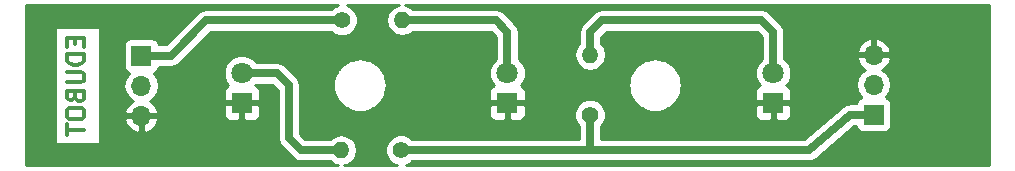
<source format=gbr>
G04 #@! TF.FileFunction,Copper,L2,Bot,Signal*
%FSLAX46Y46*%
G04 Gerber Fmt 4.6, Leading zero omitted, Abs format (unit mm)*
G04 Created by KiCad (PCBNEW 4.0.4-stable) date 03/07/20 13:15:27*
%MOMM*%
%LPD*%
G01*
G04 APERTURE LIST*
%ADD10C,0.100000*%
%ADD11C,0.300000*%
%ADD12R,1.800000X1.800000*%
%ADD13C,1.800000*%
%ADD14C,1.400000*%
%ADD15O,1.400000X1.400000*%
%ADD16R,1.700000X1.700000*%
%ADD17O,1.700000X1.700000*%
%ADD18C,0.635000*%
%ADD19C,0.254000*%
G04 APERTURE END LIST*
D10*
D11*
X109392857Y-73535714D02*
X109392857Y-74035714D01*
X110178571Y-74250000D02*
X110178571Y-73535714D01*
X108678571Y-73535714D01*
X108678571Y-74250000D01*
X110178571Y-74892857D02*
X108678571Y-74892857D01*
X108678571Y-75250000D01*
X108750000Y-75464285D01*
X108892857Y-75607143D01*
X109035714Y-75678571D01*
X109321429Y-75750000D01*
X109535714Y-75750000D01*
X109821429Y-75678571D01*
X109964286Y-75607143D01*
X110107143Y-75464285D01*
X110178571Y-75250000D01*
X110178571Y-74892857D01*
X108678571Y-76392857D02*
X109892857Y-76392857D01*
X110035714Y-76464285D01*
X110107143Y-76535714D01*
X110178571Y-76678571D01*
X110178571Y-76964285D01*
X110107143Y-77107143D01*
X110035714Y-77178571D01*
X109892857Y-77250000D01*
X108678571Y-77250000D01*
X109392857Y-78464286D02*
X109464286Y-78678572D01*
X109535714Y-78750000D01*
X109678571Y-78821429D01*
X109892857Y-78821429D01*
X110035714Y-78750000D01*
X110107143Y-78678572D01*
X110178571Y-78535714D01*
X110178571Y-77964286D01*
X108678571Y-77964286D01*
X108678571Y-78464286D01*
X108750000Y-78607143D01*
X108821429Y-78678572D01*
X108964286Y-78750000D01*
X109107143Y-78750000D01*
X109250000Y-78678572D01*
X109321429Y-78607143D01*
X109392857Y-78464286D01*
X109392857Y-77964286D01*
X108678571Y-79750000D02*
X108678571Y-80035714D01*
X108750000Y-80178572D01*
X108892857Y-80321429D01*
X109178571Y-80392857D01*
X109678571Y-80392857D01*
X109964286Y-80321429D01*
X110107143Y-80178572D01*
X110178571Y-80035714D01*
X110178571Y-79750000D01*
X110107143Y-79607143D01*
X109964286Y-79464286D01*
X109678571Y-79392857D01*
X109178571Y-79392857D01*
X108892857Y-79464286D01*
X108750000Y-79607143D01*
X108678571Y-79750000D01*
X108678571Y-80821429D02*
X108678571Y-81678572D01*
X110178571Y-81250001D02*
X108678571Y-81250001D01*
D12*
X146000000Y-79000000D03*
D13*
X146000000Y-76460000D03*
D12*
X168500000Y-79000000D03*
D13*
X168500000Y-76460000D03*
D12*
X123500000Y-79000000D03*
D13*
X123500000Y-76460000D03*
D14*
X132000000Y-72000000D03*
D15*
X137080000Y-72000000D03*
D14*
X153000000Y-80000000D03*
D15*
X153000000Y-74920000D03*
D14*
X137000000Y-83000000D03*
D15*
X131920000Y-83000000D03*
D16*
X115000000Y-75000000D03*
D17*
X115000000Y-77540000D03*
X115000000Y-80080000D03*
D16*
X177000000Y-80000000D03*
D17*
X177000000Y-77460000D03*
X177000000Y-74920000D03*
D18*
X137080000Y-72000000D02*
X145000000Y-72000000D01*
X146000000Y-73000000D02*
X146000000Y-76460000D01*
X145000000Y-72000000D02*
X146000000Y-73000000D01*
X153000000Y-74920000D02*
X153000000Y-73000000D01*
X168500000Y-73000000D02*
X168500000Y-76460000D01*
X167500000Y-72000000D02*
X168500000Y-73000000D01*
X154000000Y-72000000D02*
X167500000Y-72000000D01*
X153000000Y-73000000D02*
X154000000Y-72000000D01*
X131920000Y-83000000D02*
X128500000Y-83000000D01*
X126500000Y-76500000D02*
X123540000Y-76500000D01*
X127500000Y-77500000D02*
X126500000Y-76500000D01*
X127500000Y-82000000D02*
X127500000Y-77500000D01*
X128500000Y-83000000D02*
X127500000Y-82000000D01*
X123540000Y-76500000D02*
X123500000Y-76460000D01*
X115000000Y-75000000D02*
X117500000Y-75000000D01*
X120500000Y-72000000D02*
X132000000Y-72000000D01*
X117500000Y-75000000D02*
X120500000Y-72000000D01*
X153000000Y-83000000D02*
X139500000Y-83000000D01*
X138000000Y-83000000D02*
X137000000Y-83000000D01*
X139500000Y-83000000D02*
X138000000Y-83000000D01*
X177000000Y-80000000D02*
X175000000Y-80000000D01*
X153000000Y-83000000D02*
X153000000Y-80000000D01*
X171500000Y-83000000D02*
X153000000Y-83000000D01*
X175000000Y-80000000D02*
X171500000Y-83000000D01*
D19*
G36*
X131244771Y-70867582D02*
X131064539Y-71047500D01*
X120500000Y-71047500D01*
X120135494Y-71120005D01*
X119826481Y-71326481D01*
X117105462Y-74047500D01*
X116478153Y-74047500D01*
X116453162Y-73914683D01*
X116314090Y-73698559D01*
X116101890Y-73553569D01*
X115850000Y-73502560D01*
X114150000Y-73502560D01*
X113914683Y-73546838D01*
X113698559Y-73685910D01*
X113553569Y-73898110D01*
X113502560Y-74150000D01*
X113502560Y-75850000D01*
X113546838Y-76085317D01*
X113685910Y-76301441D01*
X113898110Y-76446431D01*
X113965541Y-76460086D01*
X113920853Y-76489946D01*
X113598946Y-76971715D01*
X113485907Y-77540000D01*
X113598946Y-78108285D01*
X113920853Y-78590054D01*
X114261553Y-78817702D01*
X114118642Y-78884817D01*
X113728355Y-79313076D01*
X113558524Y-79723110D01*
X113679845Y-79953000D01*
X114873000Y-79953000D01*
X114873000Y-79933000D01*
X115127000Y-79933000D01*
X115127000Y-79953000D01*
X116320155Y-79953000D01*
X116441476Y-79723110D01*
X116271645Y-79313076D01*
X116246742Y-79285750D01*
X121965000Y-79285750D01*
X121965000Y-80026309D01*
X122061673Y-80259698D01*
X122240301Y-80438327D01*
X122473690Y-80535000D01*
X123214250Y-80535000D01*
X123373000Y-80376250D01*
X123373000Y-79127000D01*
X123627000Y-79127000D01*
X123627000Y-80376250D01*
X123785750Y-80535000D01*
X124526310Y-80535000D01*
X124759699Y-80438327D01*
X124938327Y-80259698D01*
X125035000Y-80026309D01*
X125035000Y-79285750D01*
X124876250Y-79127000D01*
X123627000Y-79127000D01*
X123373000Y-79127000D01*
X122123750Y-79127000D01*
X121965000Y-79285750D01*
X116246742Y-79285750D01*
X115881358Y-78884817D01*
X115738447Y-78817702D01*
X116079147Y-78590054D01*
X116401054Y-78108285D01*
X116514093Y-77540000D01*
X116401054Y-76971715D01*
X116079147Y-76489946D01*
X116037548Y-76462150D01*
X116085317Y-76453162D01*
X116301441Y-76314090D01*
X116446431Y-76101890D01*
X116476683Y-75952500D01*
X117500000Y-75952500D01*
X117864506Y-75879995D01*
X118173519Y-75673519D01*
X120894538Y-72952500D01*
X131064509Y-72952500D01*
X131242796Y-73131098D01*
X131733287Y-73334768D01*
X132264383Y-73335231D01*
X132755229Y-73132418D01*
X133131098Y-72757204D01*
X133334768Y-72266713D01*
X133335231Y-71735617D01*
X133132418Y-71244771D01*
X132757204Y-70868902D01*
X132374526Y-70710000D01*
X136827616Y-70710000D01*
X136542964Y-70766621D01*
X136109858Y-71056012D01*
X135820467Y-71489118D01*
X135718846Y-72000000D01*
X135820467Y-72510882D01*
X136109858Y-72943988D01*
X136542964Y-73233379D01*
X137053846Y-73335000D01*
X137106154Y-73335000D01*
X137617036Y-73233379D01*
X138037403Y-72952500D01*
X144605462Y-72952500D01*
X145047500Y-73394539D01*
X145047500Y-75241914D01*
X144699449Y-75589357D01*
X144465267Y-76153330D01*
X144464735Y-76763991D01*
X144697932Y-77328371D01*
X144875092Y-77505841D01*
X144740301Y-77561673D01*
X144561673Y-77740302D01*
X144465000Y-77973691D01*
X144465000Y-78714250D01*
X144623750Y-78873000D01*
X145873000Y-78873000D01*
X145873000Y-78853000D01*
X146127000Y-78853000D01*
X146127000Y-78873000D01*
X147376250Y-78873000D01*
X147535000Y-78714250D01*
X147535000Y-77973691D01*
X147438327Y-77740302D01*
X147259699Y-77561673D01*
X147125006Y-77505881D01*
X147130897Y-77500000D01*
X156208861Y-77500000D01*
X156264754Y-77780993D01*
X156264613Y-77942619D01*
X156326879Y-78093313D01*
X156383264Y-78376781D01*
X156542434Y-78614996D01*
X156604155Y-78764372D01*
X156719347Y-78879766D01*
X156879920Y-79120080D01*
X157118134Y-79279249D01*
X157232321Y-79393636D01*
X157382906Y-79456164D01*
X157623219Y-79616736D01*
X157904212Y-79672629D01*
X158053481Y-79734611D01*
X158216531Y-79734753D01*
X158500000Y-79791139D01*
X158780993Y-79735246D01*
X158942619Y-79735387D01*
X159093313Y-79673121D01*
X159376781Y-79616736D01*
X159614996Y-79457566D01*
X159764372Y-79395845D01*
X159874660Y-79285750D01*
X166965000Y-79285750D01*
X166965000Y-80026309D01*
X167061673Y-80259698D01*
X167240301Y-80438327D01*
X167473690Y-80535000D01*
X168214250Y-80535000D01*
X168373000Y-80376250D01*
X168373000Y-79127000D01*
X168627000Y-79127000D01*
X168627000Y-80376250D01*
X168785750Y-80535000D01*
X169526310Y-80535000D01*
X169759699Y-80438327D01*
X169938327Y-80259698D01*
X170035000Y-80026309D01*
X170035000Y-79285750D01*
X169876250Y-79127000D01*
X168627000Y-79127000D01*
X168373000Y-79127000D01*
X167123750Y-79127000D01*
X166965000Y-79285750D01*
X159874660Y-79285750D01*
X159879766Y-79280653D01*
X160120080Y-79120080D01*
X160279249Y-78881866D01*
X160393636Y-78767679D01*
X160456164Y-78617094D01*
X160616736Y-78376781D01*
X160672629Y-78095788D01*
X160734611Y-77946519D01*
X160734753Y-77783469D01*
X160791139Y-77500000D01*
X160735246Y-77219007D01*
X160735387Y-77057381D01*
X160673121Y-76906687D01*
X160616736Y-76623219D01*
X160457566Y-76385004D01*
X160395845Y-76235628D01*
X160280653Y-76120234D01*
X160120080Y-75879920D01*
X159881866Y-75720751D01*
X159767679Y-75606364D01*
X159617094Y-75543836D01*
X159376781Y-75383264D01*
X159095788Y-75327371D01*
X158946519Y-75265389D01*
X158783469Y-75265247D01*
X158500000Y-75208861D01*
X158219007Y-75264754D01*
X158057381Y-75264613D01*
X157906687Y-75326879D01*
X157623219Y-75383264D01*
X157385004Y-75542434D01*
X157235628Y-75604155D01*
X157120234Y-75719347D01*
X156879920Y-75879920D01*
X156720751Y-76118134D01*
X156606364Y-76232321D01*
X156543836Y-76382906D01*
X156383264Y-76623219D01*
X156327371Y-76904212D01*
X156265389Y-77053481D01*
X156265247Y-77216531D01*
X156208861Y-77500000D01*
X147130897Y-77500000D01*
X147300551Y-77330643D01*
X147534733Y-76766670D01*
X147535265Y-76156009D01*
X147302068Y-75591629D01*
X146952500Y-75241449D01*
X146952500Y-74893846D01*
X151665000Y-74893846D01*
X151665000Y-74946154D01*
X151766621Y-75457036D01*
X152056012Y-75890142D01*
X152489118Y-76179533D01*
X153000000Y-76281154D01*
X153510882Y-76179533D01*
X153943988Y-75890142D01*
X154233379Y-75457036D01*
X154335000Y-74946154D01*
X154335000Y-74893846D01*
X154233379Y-74382964D01*
X153952500Y-73962597D01*
X153952500Y-73394538D01*
X154394539Y-72952500D01*
X167105462Y-72952500D01*
X167547500Y-73394539D01*
X167547500Y-75241914D01*
X167199449Y-75589357D01*
X166965267Y-76153330D01*
X166964735Y-76763991D01*
X167197932Y-77328371D01*
X167375092Y-77505841D01*
X167240301Y-77561673D01*
X167061673Y-77740302D01*
X166965000Y-77973691D01*
X166965000Y-78714250D01*
X167123750Y-78873000D01*
X168373000Y-78873000D01*
X168373000Y-78853000D01*
X168627000Y-78853000D01*
X168627000Y-78873000D01*
X169876250Y-78873000D01*
X170035000Y-78714250D01*
X170035000Y-77973691D01*
X169938327Y-77740302D01*
X169759699Y-77561673D01*
X169625006Y-77505881D01*
X169800551Y-77330643D01*
X170034733Y-76766670D01*
X170035265Y-76156009D01*
X169802068Y-75591629D01*
X169452500Y-75241449D01*
X169452500Y-74563110D01*
X175558524Y-74563110D01*
X175679845Y-74793000D01*
X176873000Y-74793000D01*
X176873000Y-73599181D01*
X177127000Y-73599181D01*
X177127000Y-74793000D01*
X178320155Y-74793000D01*
X178441476Y-74563110D01*
X178271645Y-74153076D01*
X177881358Y-73724817D01*
X177356892Y-73478514D01*
X177127000Y-73599181D01*
X176873000Y-73599181D01*
X176643108Y-73478514D01*
X176118642Y-73724817D01*
X175728355Y-74153076D01*
X175558524Y-74563110D01*
X169452500Y-74563110D01*
X169452500Y-73000000D01*
X169379995Y-72635494D01*
X169198927Y-72364506D01*
X169173520Y-72326481D01*
X168173519Y-71326481D01*
X167864506Y-71120005D01*
X167500000Y-71047500D01*
X154000000Y-71047500D01*
X153635494Y-71120005D01*
X153511721Y-71202707D01*
X153326481Y-71326480D01*
X152326481Y-72326481D01*
X152120005Y-72635494D01*
X152047500Y-73000000D01*
X152047500Y-73962597D01*
X151766621Y-74382964D01*
X151665000Y-74893846D01*
X146952500Y-74893846D01*
X146952500Y-73000000D01*
X146879995Y-72635494D01*
X146698927Y-72364506D01*
X146673520Y-72326481D01*
X145673519Y-71326481D01*
X145364506Y-71120005D01*
X145000000Y-71047500D01*
X138037403Y-71047500D01*
X137617036Y-70766621D01*
X137332384Y-70710000D01*
X186790000Y-70710000D01*
X186790000Y-84290000D01*
X137373851Y-84290000D01*
X137755229Y-84132418D01*
X137935461Y-83952500D01*
X171500000Y-83952500D01*
X171647069Y-83923246D01*
X171795940Y-83905359D01*
X171828202Y-83887216D01*
X171864506Y-83879995D01*
X171989179Y-83796691D01*
X172119879Y-83723192D01*
X175352353Y-80952500D01*
X175521847Y-80952500D01*
X175546838Y-81085317D01*
X175685910Y-81301441D01*
X175898110Y-81446431D01*
X176150000Y-81497440D01*
X177850000Y-81497440D01*
X178085317Y-81453162D01*
X178301441Y-81314090D01*
X178446431Y-81101890D01*
X178497440Y-80850000D01*
X178497440Y-79150000D01*
X178453162Y-78914683D01*
X178314090Y-78698559D01*
X178101890Y-78553569D01*
X178034459Y-78539914D01*
X178079147Y-78510054D01*
X178401054Y-78028285D01*
X178514093Y-77460000D01*
X178401054Y-76891715D01*
X178079147Y-76409946D01*
X177738447Y-76182298D01*
X177881358Y-76115183D01*
X178271645Y-75686924D01*
X178441476Y-75276890D01*
X178320155Y-75047000D01*
X177127000Y-75047000D01*
X177127000Y-75067000D01*
X176873000Y-75067000D01*
X176873000Y-75047000D01*
X175679845Y-75047000D01*
X175558524Y-75276890D01*
X175728355Y-75686924D01*
X176118642Y-76115183D01*
X176261553Y-76182298D01*
X175920853Y-76409946D01*
X175598946Y-76891715D01*
X175485907Y-77460000D01*
X175598946Y-78028285D01*
X175920853Y-78510054D01*
X175962452Y-78537850D01*
X175914683Y-78546838D01*
X175698559Y-78685910D01*
X175553569Y-78898110D01*
X175523317Y-79047500D01*
X175000000Y-79047500D01*
X174852931Y-79076754D01*
X174704060Y-79094641D01*
X174671798Y-79112784D01*
X174635494Y-79120005D01*
X174510821Y-79203309D01*
X174380121Y-79276808D01*
X171147647Y-82047500D01*
X153952500Y-82047500D01*
X153952500Y-80935491D01*
X154131098Y-80757204D01*
X154334768Y-80266713D01*
X154335231Y-79735617D01*
X154132418Y-79244771D01*
X153757204Y-78868902D01*
X153266713Y-78665232D01*
X152735617Y-78664769D01*
X152244771Y-78867582D01*
X151868902Y-79242796D01*
X151665232Y-79733287D01*
X151664769Y-80264383D01*
X151867582Y-80755229D01*
X152047500Y-80935461D01*
X152047500Y-82047500D01*
X137935491Y-82047500D01*
X137757204Y-81868902D01*
X137266713Y-81665232D01*
X136735617Y-81664769D01*
X136244771Y-81867582D01*
X135868902Y-82242796D01*
X135665232Y-82733287D01*
X135664769Y-83264383D01*
X135867582Y-83755229D01*
X136242796Y-84131098D01*
X136625474Y-84290000D01*
X132172384Y-84290000D01*
X132457036Y-84233379D01*
X132890142Y-83943988D01*
X133179533Y-83510882D01*
X133281154Y-83000000D01*
X133179533Y-82489118D01*
X132890142Y-82056012D01*
X132457036Y-81766621D01*
X131946154Y-81665000D01*
X131893846Y-81665000D01*
X131382964Y-81766621D01*
X130962597Y-82047500D01*
X128894539Y-82047500D01*
X128452500Y-81605462D01*
X128452500Y-77500000D01*
X131208861Y-77500000D01*
X131264754Y-77780993D01*
X131264613Y-77942619D01*
X131326879Y-78093313D01*
X131383264Y-78376781D01*
X131542434Y-78614996D01*
X131604155Y-78764372D01*
X131719347Y-78879766D01*
X131879920Y-79120080D01*
X132118134Y-79279249D01*
X132232321Y-79393636D01*
X132382906Y-79456164D01*
X132623219Y-79616736D01*
X132904212Y-79672629D01*
X133053481Y-79734611D01*
X133216531Y-79734753D01*
X133500000Y-79791139D01*
X133780993Y-79735246D01*
X133942619Y-79735387D01*
X134093313Y-79673121D01*
X134376781Y-79616736D01*
X134614996Y-79457566D01*
X134764372Y-79395845D01*
X134874660Y-79285750D01*
X144465000Y-79285750D01*
X144465000Y-80026309D01*
X144561673Y-80259698D01*
X144740301Y-80438327D01*
X144973690Y-80535000D01*
X145714250Y-80535000D01*
X145873000Y-80376250D01*
X145873000Y-79127000D01*
X146127000Y-79127000D01*
X146127000Y-80376250D01*
X146285750Y-80535000D01*
X147026310Y-80535000D01*
X147259699Y-80438327D01*
X147438327Y-80259698D01*
X147535000Y-80026309D01*
X147535000Y-79285750D01*
X147376250Y-79127000D01*
X146127000Y-79127000D01*
X145873000Y-79127000D01*
X144623750Y-79127000D01*
X144465000Y-79285750D01*
X134874660Y-79285750D01*
X134879766Y-79280653D01*
X135120080Y-79120080D01*
X135279249Y-78881866D01*
X135393636Y-78767679D01*
X135456164Y-78617094D01*
X135616736Y-78376781D01*
X135672629Y-78095788D01*
X135734611Y-77946519D01*
X135734753Y-77783469D01*
X135791139Y-77500000D01*
X135735246Y-77219007D01*
X135735387Y-77057381D01*
X135673121Y-76906687D01*
X135616736Y-76623219D01*
X135457566Y-76385004D01*
X135395845Y-76235628D01*
X135280653Y-76120234D01*
X135120080Y-75879920D01*
X134881866Y-75720751D01*
X134767679Y-75606364D01*
X134617094Y-75543836D01*
X134376781Y-75383264D01*
X134095788Y-75327371D01*
X133946519Y-75265389D01*
X133783469Y-75265247D01*
X133500000Y-75208861D01*
X133219007Y-75264754D01*
X133057381Y-75264613D01*
X132906687Y-75326879D01*
X132623219Y-75383264D01*
X132385004Y-75542434D01*
X132235628Y-75604155D01*
X132120234Y-75719347D01*
X131879920Y-75879920D01*
X131720751Y-76118134D01*
X131606364Y-76232321D01*
X131543836Y-76382906D01*
X131383264Y-76623219D01*
X131327371Y-76904212D01*
X131265389Y-77053481D01*
X131265247Y-77216531D01*
X131208861Y-77500000D01*
X128452500Y-77500000D01*
X128379995Y-77135494D01*
X128297293Y-77011721D01*
X128173520Y-76826481D01*
X127173519Y-75826481D01*
X126864506Y-75620005D01*
X126500000Y-75547500D01*
X124758016Y-75547500D01*
X124370643Y-75159449D01*
X123806670Y-74925267D01*
X123196009Y-74924735D01*
X122631629Y-75157932D01*
X122199449Y-75589357D01*
X121965267Y-76153330D01*
X121964735Y-76763991D01*
X122197932Y-77328371D01*
X122375092Y-77505841D01*
X122240301Y-77561673D01*
X122061673Y-77740302D01*
X121965000Y-77973691D01*
X121965000Y-78714250D01*
X122123750Y-78873000D01*
X123373000Y-78873000D01*
X123373000Y-78853000D01*
X123627000Y-78853000D01*
X123627000Y-78873000D01*
X124876250Y-78873000D01*
X125035000Y-78714250D01*
X125035000Y-77973691D01*
X124938327Y-77740302D01*
X124759699Y-77561673D01*
X124625006Y-77505881D01*
X124678481Y-77452500D01*
X126105462Y-77452500D01*
X126547500Y-77894539D01*
X126547500Y-82000000D01*
X126620005Y-82364506D01*
X126826481Y-82673519D01*
X127826481Y-83673520D01*
X127951724Y-83757204D01*
X128135494Y-83879995D01*
X128500000Y-83952500D01*
X130962597Y-83952500D01*
X131382964Y-84233379D01*
X131667616Y-84290000D01*
X105210000Y-84290000D01*
X105210000Y-72543571D01*
X107665000Y-72543571D01*
X107665000Y-82456429D01*
X111485000Y-82456429D01*
X111485000Y-80436890D01*
X113558524Y-80436890D01*
X113728355Y-80846924D01*
X114118642Y-81275183D01*
X114643108Y-81521486D01*
X114873000Y-81400819D01*
X114873000Y-80207000D01*
X115127000Y-80207000D01*
X115127000Y-81400819D01*
X115356892Y-81521486D01*
X115881358Y-81275183D01*
X116271645Y-80846924D01*
X116441476Y-80436890D01*
X116320155Y-80207000D01*
X115127000Y-80207000D01*
X114873000Y-80207000D01*
X113679845Y-80207000D01*
X113558524Y-80436890D01*
X111485000Y-80436890D01*
X111485000Y-72543571D01*
X107665000Y-72543571D01*
X105210000Y-72543571D01*
X105210000Y-70710000D01*
X131626149Y-70710000D01*
X131244771Y-70867582D01*
X131244771Y-70867582D01*
G37*
X131244771Y-70867582D02*
X131064539Y-71047500D01*
X120500000Y-71047500D01*
X120135494Y-71120005D01*
X119826481Y-71326481D01*
X117105462Y-74047500D01*
X116478153Y-74047500D01*
X116453162Y-73914683D01*
X116314090Y-73698559D01*
X116101890Y-73553569D01*
X115850000Y-73502560D01*
X114150000Y-73502560D01*
X113914683Y-73546838D01*
X113698559Y-73685910D01*
X113553569Y-73898110D01*
X113502560Y-74150000D01*
X113502560Y-75850000D01*
X113546838Y-76085317D01*
X113685910Y-76301441D01*
X113898110Y-76446431D01*
X113965541Y-76460086D01*
X113920853Y-76489946D01*
X113598946Y-76971715D01*
X113485907Y-77540000D01*
X113598946Y-78108285D01*
X113920853Y-78590054D01*
X114261553Y-78817702D01*
X114118642Y-78884817D01*
X113728355Y-79313076D01*
X113558524Y-79723110D01*
X113679845Y-79953000D01*
X114873000Y-79953000D01*
X114873000Y-79933000D01*
X115127000Y-79933000D01*
X115127000Y-79953000D01*
X116320155Y-79953000D01*
X116441476Y-79723110D01*
X116271645Y-79313076D01*
X116246742Y-79285750D01*
X121965000Y-79285750D01*
X121965000Y-80026309D01*
X122061673Y-80259698D01*
X122240301Y-80438327D01*
X122473690Y-80535000D01*
X123214250Y-80535000D01*
X123373000Y-80376250D01*
X123373000Y-79127000D01*
X123627000Y-79127000D01*
X123627000Y-80376250D01*
X123785750Y-80535000D01*
X124526310Y-80535000D01*
X124759699Y-80438327D01*
X124938327Y-80259698D01*
X125035000Y-80026309D01*
X125035000Y-79285750D01*
X124876250Y-79127000D01*
X123627000Y-79127000D01*
X123373000Y-79127000D01*
X122123750Y-79127000D01*
X121965000Y-79285750D01*
X116246742Y-79285750D01*
X115881358Y-78884817D01*
X115738447Y-78817702D01*
X116079147Y-78590054D01*
X116401054Y-78108285D01*
X116514093Y-77540000D01*
X116401054Y-76971715D01*
X116079147Y-76489946D01*
X116037548Y-76462150D01*
X116085317Y-76453162D01*
X116301441Y-76314090D01*
X116446431Y-76101890D01*
X116476683Y-75952500D01*
X117500000Y-75952500D01*
X117864506Y-75879995D01*
X118173519Y-75673519D01*
X120894538Y-72952500D01*
X131064509Y-72952500D01*
X131242796Y-73131098D01*
X131733287Y-73334768D01*
X132264383Y-73335231D01*
X132755229Y-73132418D01*
X133131098Y-72757204D01*
X133334768Y-72266713D01*
X133335231Y-71735617D01*
X133132418Y-71244771D01*
X132757204Y-70868902D01*
X132374526Y-70710000D01*
X136827616Y-70710000D01*
X136542964Y-70766621D01*
X136109858Y-71056012D01*
X135820467Y-71489118D01*
X135718846Y-72000000D01*
X135820467Y-72510882D01*
X136109858Y-72943988D01*
X136542964Y-73233379D01*
X137053846Y-73335000D01*
X137106154Y-73335000D01*
X137617036Y-73233379D01*
X138037403Y-72952500D01*
X144605462Y-72952500D01*
X145047500Y-73394539D01*
X145047500Y-75241914D01*
X144699449Y-75589357D01*
X144465267Y-76153330D01*
X144464735Y-76763991D01*
X144697932Y-77328371D01*
X144875092Y-77505841D01*
X144740301Y-77561673D01*
X144561673Y-77740302D01*
X144465000Y-77973691D01*
X144465000Y-78714250D01*
X144623750Y-78873000D01*
X145873000Y-78873000D01*
X145873000Y-78853000D01*
X146127000Y-78853000D01*
X146127000Y-78873000D01*
X147376250Y-78873000D01*
X147535000Y-78714250D01*
X147535000Y-77973691D01*
X147438327Y-77740302D01*
X147259699Y-77561673D01*
X147125006Y-77505881D01*
X147130897Y-77500000D01*
X156208861Y-77500000D01*
X156264754Y-77780993D01*
X156264613Y-77942619D01*
X156326879Y-78093313D01*
X156383264Y-78376781D01*
X156542434Y-78614996D01*
X156604155Y-78764372D01*
X156719347Y-78879766D01*
X156879920Y-79120080D01*
X157118134Y-79279249D01*
X157232321Y-79393636D01*
X157382906Y-79456164D01*
X157623219Y-79616736D01*
X157904212Y-79672629D01*
X158053481Y-79734611D01*
X158216531Y-79734753D01*
X158500000Y-79791139D01*
X158780993Y-79735246D01*
X158942619Y-79735387D01*
X159093313Y-79673121D01*
X159376781Y-79616736D01*
X159614996Y-79457566D01*
X159764372Y-79395845D01*
X159874660Y-79285750D01*
X166965000Y-79285750D01*
X166965000Y-80026309D01*
X167061673Y-80259698D01*
X167240301Y-80438327D01*
X167473690Y-80535000D01*
X168214250Y-80535000D01*
X168373000Y-80376250D01*
X168373000Y-79127000D01*
X168627000Y-79127000D01*
X168627000Y-80376250D01*
X168785750Y-80535000D01*
X169526310Y-80535000D01*
X169759699Y-80438327D01*
X169938327Y-80259698D01*
X170035000Y-80026309D01*
X170035000Y-79285750D01*
X169876250Y-79127000D01*
X168627000Y-79127000D01*
X168373000Y-79127000D01*
X167123750Y-79127000D01*
X166965000Y-79285750D01*
X159874660Y-79285750D01*
X159879766Y-79280653D01*
X160120080Y-79120080D01*
X160279249Y-78881866D01*
X160393636Y-78767679D01*
X160456164Y-78617094D01*
X160616736Y-78376781D01*
X160672629Y-78095788D01*
X160734611Y-77946519D01*
X160734753Y-77783469D01*
X160791139Y-77500000D01*
X160735246Y-77219007D01*
X160735387Y-77057381D01*
X160673121Y-76906687D01*
X160616736Y-76623219D01*
X160457566Y-76385004D01*
X160395845Y-76235628D01*
X160280653Y-76120234D01*
X160120080Y-75879920D01*
X159881866Y-75720751D01*
X159767679Y-75606364D01*
X159617094Y-75543836D01*
X159376781Y-75383264D01*
X159095788Y-75327371D01*
X158946519Y-75265389D01*
X158783469Y-75265247D01*
X158500000Y-75208861D01*
X158219007Y-75264754D01*
X158057381Y-75264613D01*
X157906687Y-75326879D01*
X157623219Y-75383264D01*
X157385004Y-75542434D01*
X157235628Y-75604155D01*
X157120234Y-75719347D01*
X156879920Y-75879920D01*
X156720751Y-76118134D01*
X156606364Y-76232321D01*
X156543836Y-76382906D01*
X156383264Y-76623219D01*
X156327371Y-76904212D01*
X156265389Y-77053481D01*
X156265247Y-77216531D01*
X156208861Y-77500000D01*
X147130897Y-77500000D01*
X147300551Y-77330643D01*
X147534733Y-76766670D01*
X147535265Y-76156009D01*
X147302068Y-75591629D01*
X146952500Y-75241449D01*
X146952500Y-74893846D01*
X151665000Y-74893846D01*
X151665000Y-74946154D01*
X151766621Y-75457036D01*
X152056012Y-75890142D01*
X152489118Y-76179533D01*
X153000000Y-76281154D01*
X153510882Y-76179533D01*
X153943988Y-75890142D01*
X154233379Y-75457036D01*
X154335000Y-74946154D01*
X154335000Y-74893846D01*
X154233379Y-74382964D01*
X153952500Y-73962597D01*
X153952500Y-73394538D01*
X154394539Y-72952500D01*
X167105462Y-72952500D01*
X167547500Y-73394539D01*
X167547500Y-75241914D01*
X167199449Y-75589357D01*
X166965267Y-76153330D01*
X166964735Y-76763991D01*
X167197932Y-77328371D01*
X167375092Y-77505841D01*
X167240301Y-77561673D01*
X167061673Y-77740302D01*
X166965000Y-77973691D01*
X166965000Y-78714250D01*
X167123750Y-78873000D01*
X168373000Y-78873000D01*
X168373000Y-78853000D01*
X168627000Y-78853000D01*
X168627000Y-78873000D01*
X169876250Y-78873000D01*
X170035000Y-78714250D01*
X170035000Y-77973691D01*
X169938327Y-77740302D01*
X169759699Y-77561673D01*
X169625006Y-77505881D01*
X169800551Y-77330643D01*
X170034733Y-76766670D01*
X170035265Y-76156009D01*
X169802068Y-75591629D01*
X169452500Y-75241449D01*
X169452500Y-74563110D01*
X175558524Y-74563110D01*
X175679845Y-74793000D01*
X176873000Y-74793000D01*
X176873000Y-73599181D01*
X177127000Y-73599181D01*
X177127000Y-74793000D01*
X178320155Y-74793000D01*
X178441476Y-74563110D01*
X178271645Y-74153076D01*
X177881358Y-73724817D01*
X177356892Y-73478514D01*
X177127000Y-73599181D01*
X176873000Y-73599181D01*
X176643108Y-73478514D01*
X176118642Y-73724817D01*
X175728355Y-74153076D01*
X175558524Y-74563110D01*
X169452500Y-74563110D01*
X169452500Y-73000000D01*
X169379995Y-72635494D01*
X169198927Y-72364506D01*
X169173520Y-72326481D01*
X168173519Y-71326481D01*
X167864506Y-71120005D01*
X167500000Y-71047500D01*
X154000000Y-71047500D01*
X153635494Y-71120005D01*
X153511721Y-71202707D01*
X153326481Y-71326480D01*
X152326481Y-72326481D01*
X152120005Y-72635494D01*
X152047500Y-73000000D01*
X152047500Y-73962597D01*
X151766621Y-74382964D01*
X151665000Y-74893846D01*
X146952500Y-74893846D01*
X146952500Y-73000000D01*
X146879995Y-72635494D01*
X146698927Y-72364506D01*
X146673520Y-72326481D01*
X145673519Y-71326481D01*
X145364506Y-71120005D01*
X145000000Y-71047500D01*
X138037403Y-71047500D01*
X137617036Y-70766621D01*
X137332384Y-70710000D01*
X186790000Y-70710000D01*
X186790000Y-84290000D01*
X137373851Y-84290000D01*
X137755229Y-84132418D01*
X137935461Y-83952500D01*
X171500000Y-83952500D01*
X171647069Y-83923246D01*
X171795940Y-83905359D01*
X171828202Y-83887216D01*
X171864506Y-83879995D01*
X171989179Y-83796691D01*
X172119879Y-83723192D01*
X175352353Y-80952500D01*
X175521847Y-80952500D01*
X175546838Y-81085317D01*
X175685910Y-81301441D01*
X175898110Y-81446431D01*
X176150000Y-81497440D01*
X177850000Y-81497440D01*
X178085317Y-81453162D01*
X178301441Y-81314090D01*
X178446431Y-81101890D01*
X178497440Y-80850000D01*
X178497440Y-79150000D01*
X178453162Y-78914683D01*
X178314090Y-78698559D01*
X178101890Y-78553569D01*
X178034459Y-78539914D01*
X178079147Y-78510054D01*
X178401054Y-78028285D01*
X178514093Y-77460000D01*
X178401054Y-76891715D01*
X178079147Y-76409946D01*
X177738447Y-76182298D01*
X177881358Y-76115183D01*
X178271645Y-75686924D01*
X178441476Y-75276890D01*
X178320155Y-75047000D01*
X177127000Y-75047000D01*
X177127000Y-75067000D01*
X176873000Y-75067000D01*
X176873000Y-75047000D01*
X175679845Y-75047000D01*
X175558524Y-75276890D01*
X175728355Y-75686924D01*
X176118642Y-76115183D01*
X176261553Y-76182298D01*
X175920853Y-76409946D01*
X175598946Y-76891715D01*
X175485907Y-77460000D01*
X175598946Y-78028285D01*
X175920853Y-78510054D01*
X175962452Y-78537850D01*
X175914683Y-78546838D01*
X175698559Y-78685910D01*
X175553569Y-78898110D01*
X175523317Y-79047500D01*
X175000000Y-79047500D01*
X174852931Y-79076754D01*
X174704060Y-79094641D01*
X174671798Y-79112784D01*
X174635494Y-79120005D01*
X174510821Y-79203309D01*
X174380121Y-79276808D01*
X171147647Y-82047500D01*
X153952500Y-82047500D01*
X153952500Y-80935491D01*
X154131098Y-80757204D01*
X154334768Y-80266713D01*
X154335231Y-79735617D01*
X154132418Y-79244771D01*
X153757204Y-78868902D01*
X153266713Y-78665232D01*
X152735617Y-78664769D01*
X152244771Y-78867582D01*
X151868902Y-79242796D01*
X151665232Y-79733287D01*
X151664769Y-80264383D01*
X151867582Y-80755229D01*
X152047500Y-80935461D01*
X152047500Y-82047500D01*
X137935491Y-82047500D01*
X137757204Y-81868902D01*
X137266713Y-81665232D01*
X136735617Y-81664769D01*
X136244771Y-81867582D01*
X135868902Y-82242796D01*
X135665232Y-82733287D01*
X135664769Y-83264383D01*
X135867582Y-83755229D01*
X136242796Y-84131098D01*
X136625474Y-84290000D01*
X132172384Y-84290000D01*
X132457036Y-84233379D01*
X132890142Y-83943988D01*
X133179533Y-83510882D01*
X133281154Y-83000000D01*
X133179533Y-82489118D01*
X132890142Y-82056012D01*
X132457036Y-81766621D01*
X131946154Y-81665000D01*
X131893846Y-81665000D01*
X131382964Y-81766621D01*
X130962597Y-82047500D01*
X128894539Y-82047500D01*
X128452500Y-81605462D01*
X128452500Y-77500000D01*
X131208861Y-77500000D01*
X131264754Y-77780993D01*
X131264613Y-77942619D01*
X131326879Y-78093313D01*
X131383264Y-78376781D01*
X131542434Y-78614996D01*
X131604155Y-78764372D01*
X131719347Y-78879766D01*
X131879920Y-79120080D01*
X132118134Y-79279249D01*
X132232321Y-79393636D01*
X132382906Y-79456164D01*
X132623219Y-79616736D01*
X132904212Y-79672629D01*
X133053481Y-79734611D01*
X133216531Y-79734753D01*
X133500000Y-79791139D01*
X133780993Y-79735246D01*
X133942619Y-79735387D01*
X134093313Y-79673121D01*
X134376781Y-79616736D01*
X134614996Y-79457566D01*
X134764372Y-79395845D01*
X134874660Y-79285750D01*
X144465000Y-79285750D01*
X144465000Y-80026309D01*
X144561673Y-80259698D01*
X144740301Y-80438327D01*
X144973690Y-80535000D01*
X145714250Y-80535000D01*
X145873000Y-80376250D01*
X145873000Y-79127000D01*
X146127000Y-79127000D01*
X146127000Y-80376250D01*
X146285750Y-80535000D01*
X147026310Y-80535000D01*
X147259699Y-80438327D01*
X147438327Y-80259698D01*
X147535000Y-80026309D01*
X147535000Y-79285750D01*
X147376250Y-79127000D01*
X146127000Y-79127000D01*
X145873000Y-79127000D01*
X144623750Y-79127000D01*
X144465000Y-79285750D01*
X134874660Y-79285750D01*
X134879766Y-79280653D01*
X135120080Y-79120080D01*
X135279249Y-78881866D01*
X135393636Y-78767679D01*
X135456164Y-78617094D01*
X135616736Y-78376781D01*
X135672629Y-78095788D01*
X135734611Y-77946519D01*
X135734753Y-77783469D01*
X135791139Y-77500000D01*
X135735246Y-77219007D01*
X135735387Y-77057381D01*
X135673121Y-76906687D01*
X135616736Y-76623219D01*
X135457566Y-76385004D01*
X135395845Y-76235628D01*
X135280653Y-76120234D01*
X135120080Y-75879920D01*
X134881866Y-75720751D01*
X134767679Y-75606364D01*
X134617094Y-75543836D01*
X134376781Y-75383264D01*
X134095788Y-75327371D01*
X133946519Y-75265389D01*
X133783469Y-75265247D01*
X133500000Y-75208861D01*
X133219007Y-75264754D01*
X133057381Y-75264613D01*
X132906687Y-75326879D01*
X132623219Y-75383264D01*
X132385004Y-75542434D01*
X132235628Y-75604155D01*
X132120234Y-75719347D01*
X131879920Y-75879920D01*
X131720751Y-76118134D01*
X131606364Y-76232321D01*
X131543836Y-76382906D01*
X131383264Y-76623219D01*
X131327371Y-76904212D01*
X131265389Y-77053481D01*
X131265247Y-77216531D01*
X131208861Y-77500000D01*
X128452500Y-77500000D01*
X128379995Y-77135494D01*
X128297293Y-77011721D01*
X128173520Y-76826481D01*
X127173519Y-75826481D01*
X126864506Y-75620005D01*
X126500000Y-75547500D01*
X124758016Y-75547500D01*
X124370643Y-75159449D01*
X123806670Y-74925267D01*
X123196009Y-74924735D01*
X122631629Y-75157932D01*
X122199449Y-75589357D01*
X121965267Y-76153330D01*
X121964735Y-76763991D01*
X122197932Y-77328371D01*
X122375092Y-77505841D01*
X122240301Y-77561673D01*
X122061673Y-77740302D01*
X121965000Y-77973691D01*
X121965000Y-78714250D01*
X122123750Y-78873000D01*
X123373000Y-78873000D01*
X123373000Y-78853000D01*
X123627000Y-78853000D01*
X123627000Y-78873000D01*
X124876250Y-78873000D01*
X125035000Y-78714250D01*
X125035000Y-77973691D01*
X124938327Y-77740302D01*
X124759699Y-77561673D01*
X124625006Y-77505881D01*
X124678481Y-77452500D01*
X126105462Y-77452500D01*
X126547500Y-77894539D01*
X126547500Y-82000000D01*
X126620005Y-82364506D01*
X126826481Y-82673519D01*
X127826481Y-83673520D01*
X127951724Y-83757204D01*
X128135494Y-83879995D01*
X128500000Y-83952500D01*
X130962597Y-83952500D01*
X131382964Y-84233379D01*
X131667616Y-84290000D01*
X105210000Y-84290000D01*
X105210000Y-72543571D01*
X107665000Y-72543571D01*
X107665000Y-82456429D01*
X111485000Y-82456429D01*
X111485000Y-80436890D01*
X113558524Y-80436890D01*
X113728355Y-80846924D01*
X114118642Y-81275183D01*
X114643108Y-81521486D01*
X114873000Y-81400819D01*
X114873000Y-80207000D01*
X115127000Y-80207000D01*
X115127000Y-81400819D01*
X115356892Y-81521486D01*
X115881358Y-81275183D01*
X116271645Y-80846924D01*
X116441476Y-80436890D01*
X116320155Y-80207000D01*
X115127000Y-80207000D01*
X114873000Y-80207000D01*
X113679845Y-80207000D01*
X113558524Y-80436890D01*
X111485000Y-80436890D01*
X111485000Y-72543571D01*
X107665000Y-72543571D01*
X105210000Y-72543571D01*
X105210000Y-70710000D01*
X131626149Y-70710000D01*
X131244771Y-70867582D01*
M02*

</source>
